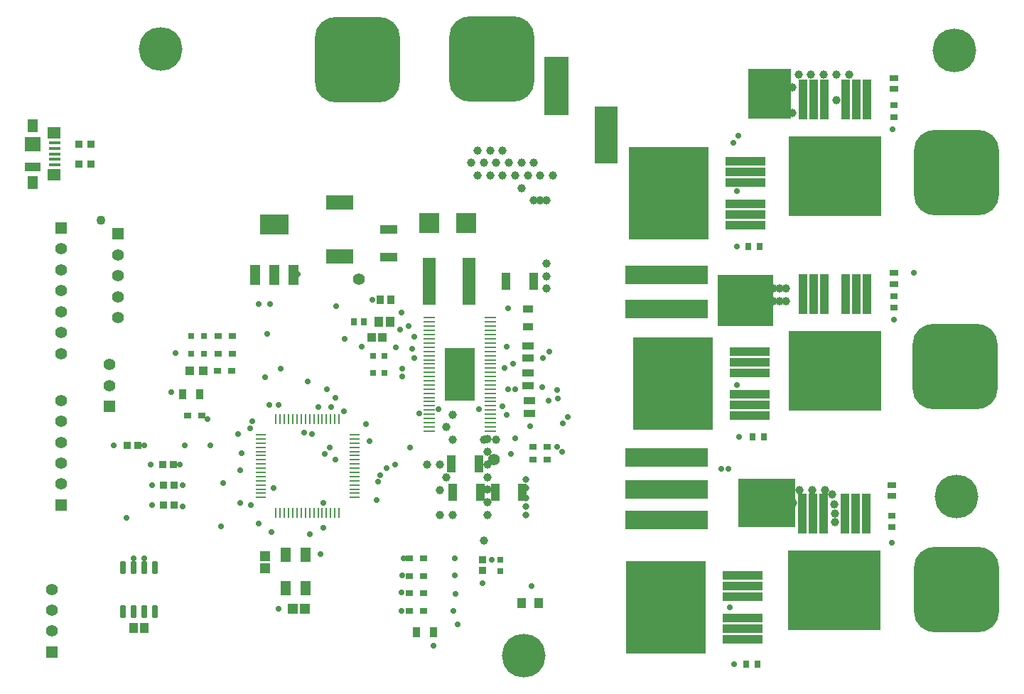
<source format=gbr>
%FSTAX23Y23*%
%MOIN*%
%SFA1B1*%

%IPPOS*%
%AMD27*
4,1,8,0.022500,0.004200,-0.022500,0.004200,-0.026700,0.000000,-0.026700,0.000000,-0.022500,-0.004200,0.022500,-0.004200,0.026700,0.000000,0.026700,0.000000,0.022500,0.004200,0.0*
1,1,0.008360,0.022500,0.000000*
1,1,0.008360,-0.022500,0.000000*
1,1,0.008360,-0.022500,0.000000*
1,1,0.008360,0.022500,0.000000*
%
%AMD38*
4,1,8,-0.004200,0.019200,-0.004200,-0.019200,0.000000,-0.023400,0.000000,-0.023400,0.004200,-0.019200,0.004200,0.019200,0.000000,0.023400,0.000000,0.023400,-0.004200,0.019200,0.0*
1,1,0.008360,0.000000,0.019200*
1,1,0.008360,0.000000,-0.019200*
1,1,0.008360,0.000000,-0.019200*
1,1,0.008360,0.000000,0.019200*
%
%AMD39*
4,1,8,-0.023400,0.000000,-0.023400,0.000000,-0.019200,-0.004200,0.019200,-0.004200,0.023400,0.000000,0.023400,0.000000,0.019200,0.004200,-0.019200,0.004200,-0.023400,0.000000,0.0*
1,1,0.008360,-0.019200,0.000000*
1,1,0.008360,-0.019200,0.000000*
1,1,0.008360,0.019200,0.000000*
1,1,0.008360,0.019200,0.000000*
%
%AMD87*
4,1,8,0.008900,0.028600,-0.008900,0.028600,-0.014800,0.022700,-0.014800,-0.022700,-0.008900,-0.028600,0.008900,-0.028600,0.014800,-0.022700,0.014800,0.022700,0.008900,0.028600,0.0*
1,1,0.011900,0.008900,0.022700*
1,1,0.011900,-0.008900,0.022700*
1,1,0.011900,-0.008900,-0.022700*
1,1,0.011900,0.008900,-0.022700*
%
%AMD89*
4,1,8,0.098400,0.200800,-0.098400,0.200800,-0.200800,0.098400,-0.200800,-0.098400,-0.098400,-0.200800,0.098400,-0.200800,0.200800,-0.098400,0.200800,0.098400,0.098400,0.200800,0.0*
1,1,0.204860,0.098400,0.098400*
1,1,0.204860,-0.098400,0.098400*
1,1,0.204860,-0.098400,-0.098400*
1,1,0.204860,0.098400,-0.098400*
%
%AMD90*
4,1,8,-0.200800,0.098400,-0.200800,-0.098400,-0.098400,-0.200800,0.098400,-0.200800,0.200800,-0.098400,0.200800,0.098400,0.098400,0.200800,-0.098400,0.200800,-0.200800,0.098400,0.0*
1,1,0.204860,-0.098400,0.098400*
1,1,0.204860,-0.098400,-0.098400*
1,1,0.204860,0.098400,-0.098400*
1,1,0.204860,0.098400,0.098400*
%
%ADD20R,0.062990X0.224410*%
%ADD22R,0.039370X0.051180*%
%ADD25R,0.047240X0.070870*%
G04~CAMADD=27~8~0.0~0.0~533.6~83.7~41.8~0.0~15~0.0~0.0~0.0~0.0~0~0.0~0.0~0.0~0.0~0~0.0~0.0~0.0~0.0~533.6~83.7*
%ADD27D27*%
%ADD28R,0.053360X0.008370*%
%ADD29R,0.051180X0.064960*%
%ADD30R,0.074800X0.070870*%
%ADD31R,0.074800X0.039370*%
%ADD32R,0.061020X0.056100*%
%ADD33R,0.054330X0.017720*%
%ADD34R,0.025590X0.027560*%
%ADD35R,0.043310X0.080710*%
%ADD36R,0.035430X0.031500*%
%ADD37R,0.008370X0.046780*%
G04~CAMADD=38~8~0.0~0.0~467.8~83.7~41.8~0.0~15~0.0~0.0~0.0~0.0~0~0.0~0.0~0.0~0.0~0~0.0~0.0~0.0~90.0~84.0~467.0*
%ADD38D38*%
G04~CAMADD=39~8~0.0~0.0~83.7~467.8~41.8~0.0~15~0.0~0.0~0.0~0.0~0~0.0~0.0~0.0~0.0~0~0.0~0.0~0.0~90.0~468.0~84.0*
%ADD39D39*%
%ADD40R,0.031500X0.031500*%
%ADD41R,0.037650X0.047490*%
%ADD44R,0.027560X0.025590*%
%ADD45R,0.035680X0.033660*%
%ADD47R,0.033940X0.025870*%
%ADD48R,0.025870X0.033940*%
%ADD50R,0.029530X0.035430*%
%ADD52R,0.047490X0.037650*%
%ADD53R,0.053150X0.037400*%
%ADD54R,0.033660X0.035680*%
%ADD55R,0.036810X0.037880*%
%ADD59R,0.080710X0.043310*%
%ADD62R,0.125980X0.067720*%
%ADD64R,0.205000X0.235000*%
%ADD65R,0.260000X0.240000*%
%ADD66R,0.105000X0.265000*%
%ADD67R,0.115000X0.275000*%
%ADD68R,0.390000X0.090000*%
%ADD69R,0.270000X0.225000*%
%ADD70R,0.096580X0.092650*%
%ADD71R,0.433200X0.378080*%
%ADD72R,0.039500X0.189100*%
%ADD73R,0.037530X0.041470*%
%ADD74R,0.142130X0.250000*%
%ADD75C,0.055240*%
%ADD76R,0.039500X0.039500*%
%ADD77R,0.049340X0.045400*%
%ADD78R,0.045400X0.049340*%
%ADD79R,0.039500X0.031620*%
%ADD80R,0.039500X0.043430*%
%ADD81R,0.039500X0.045400*%
%ADD82R,0.043430X0.047370*%
%ADD83R,0.189100X0.039500*%
%ADD84R,0.378080X0.433200*%
%ADD85R,0.047370X0.094610*%
%ADD86R,0.137920X0.094610*%
G04~CAMADD=87~8~0.0~0.0~296.5~572.1~59.5~0.0~15~0.0~0.0~0.0~0.0~0~0.0~0.0~0.0~0.0~0~0.0~0.0~0.0~0.0~296.5~572.1*
%ADD87D87*%
%ADD88C,0.204850*%
G04~CAMADD=89~8~0.0~0.0~4017.0~4017.0~1024.3~0.0~15~0.0~0.0~0.0~0.0~0~0.0~0.0~0.0~0.0~0~0.0~0.0~0.0~0.0~4017.0~4017.0*
%ADD89D89*%
G04~CAMADD=90~8~0.0~0.0~4017.0~4017.0~1024.3~0.0~15~0.0~0.0~0.0~0.0~0~0.0~0.0~0.0~0.0~0~0.0~0.0~0.0~90.0~4016.0~4016.0*
%ADD90D90*%
%ADD91R,0.055120X0.055120*%
%ADD92C,0.055120*%
%ADD93C,0.043310*%
%ADD94C,0.027690*%
%ADD95C,0.031620*%
%ADD96C,0.039500*%
%LNpcb_soldermask_top-1*%
%LPD*%
G54D20*
X04322Y0334D03*
X04507D03*
G54D22*
X04755Y0183D03*
X04834D03*
G54D25*
X03742Y01901D03*
Y02058D03*
X03647D03*
Y01901D03*
G54D27*
X04607Y0317D03*
Y03151D03*
Y03131D03*
Y03111D03*
Y03092D03*
Y03072D03*
Y03052D03*
Y03032D03*
Y03013D03*
Y02993D03*
Y02973D03*
Y02954D03*
Y02934D03*
Y02914D03*
Y02895D03*
Y02875D03*
Y02855D03*
Y02836D03*
Y02816D03*
Y02796D03*
Y02777D03*
Y02757D03*
Y02737D03*
Y02717D03*
Y02698D03*
Y02678D03*
Y02658D03*
Y02639D03*
X04322D03*
Y02658D03*
Y02678D03*
Y02698D03*
Y02717D03*
Y02737D03*
Y02757D03*
Y02777D03*
Y02796D03*
Y02816D03*
Y02836D03*
Y02855D03*
Y02875D03*
Y02895D03*
Y02914D03*
Y02934D03*
Y02954D03*
Y02973D03*
Y02993D03*
Y03013D03*
Y03032D03*
Y03052D03*
Y03072D03*
Y03092D03*
Y03111D03*
Y03131D03*
Y03151D03*
G54D28*
X04322Y0317D03*
G54D29*
X02459Y04072D03*
Y03806D03*
G54D30*
X02459Y03985D03*
G54D31*
X02459Y03878D03*
G54D32*
X0256Y04037D03*
Y03841D03*
G54D33*
X02564Y0399D03*
Y03965D03*
Y03939D03*
Y03914D03*
Y03888D03*
G54D34*
X04111Y02913D03*
X04058D03*
X04111Y0299D03*
X04058D03*
G54D35*
X0468Y0334D03*
X04809D03*
X04629Y02352D03*
X04758D03*
X04425Y02485D03*
X04555D03*
X0443Y02352D03*
X04559D03*
G54D36*
X04293Y0204D03*
X04226D03*
X04293Y01877D03*
X04226D03*
X04293Y01958D03*
X04226D03*
X03326Y0292D03*
X03393D03*
X03331Y03D03*
X03398D03*
X03331Y03085D03*
X03398D03*
X04293Y01796D03*
X04226D03*
X04873Y02566D03*
X04806D03*
X04873Y02505D03*
X04806D03*
X03253Y0271D03*
X03186D03*
G54D37*
X03602Y02254D03*
G54D38*
X03622Y02254D03*
X03641D03*
X03661D03*
X03681D03*
X037D03*
X0372D03*
X0374D03*
X03759D03*
X03779D03*
X03799D03*
X03818D03*
X03838D03*
X03858D03*
X03877D03*
X03897D03*
Y02695D03*
X03877D03*
X03858D03*
X03838D03*
X03818D03*
X03799D03*
X03779D03*
X03759D03*
X0374D03*
X0372D03*
X037D03*
X03681D03*
X03661D03*
X03641D03*
X03622D03*
X03602D03*
G54D39*
X0397Y02327D03*
Y02347D03*
Y02366D03*
Y02386D03*
Y02406D03*
Y02425D03*
Y02445D03*
Y02465D03*
Y02484D03*
Y02504D03*
Y02524D03*
Y02543D03*
Y02563D03*
Y02583D03*
Y02602D03*
Y02622D03*
X03529D03*
Y02602D03*
Y02583D03*
Y02563D03*
Y02543D03*
Y02524D03*
Y02504D03*
Y02484D03*
Y02465D03*
Y02445D03*
Y02425D03*
Y02406D03*
Y02386D03*
Y02366D03*
Y02347D03*
Y02327D03*
G54D40*
X03205Y03002D03*
X03264D03*
X03205Y03085D03*
X03264D03*
G54D41*
X04259Y01695D03*
X0434D03*
X03245Y0281D03*
X03164D03*
G54D44*
X04655Y02036D03*
Y01983D03*
G54D45*
X0457Y02034D03*
Y01985D03*
G54D47*
X0649Y02187D03*
Y02242D03*
X065Y03217D03*
Y03272D03*
Y04112D03*
Y04167D03*
G54D48*
X05807Y01545D03*
X05862D03*
X05837Y0261D03*
X05892D03*
X05817Y03505D03*
X05872D03*
G54D50*
X04013Y0315D03*
X03966D03*
G54D52*
X04785Y0321D03*
Y03129D03*
G54D53*
X0479Y02781D03*
Y02722D03*
X04785Y0291D03*
Y0285D03*
Y03039D03*
Y0298D03*
G54D54*
X02954Y0257D03*
X02905D03*
X03075Y0229D03*
X03124D03*
X0307Y0248D03*
X03119D03*
X03075Y02385D03*
X03124D03*
G54D55*
X02676Y0389D03*
X02733D03*
X02676Y03985D03*
X02733D03*
G54D59*
X0413Y03584D03*
Y03455D03*
G54D62*
X039Y03711D03*
Y03458D03*
G54D64*
X05917Y04222D03*
G54D65*
X05805Y0325D03*
G54D66*
X05152Y04027D03*
G54D67*
X04917Y04257D03*
G54D68*
X05435Y0337D03*
Y0321D03*
Y0222D03*
Y02365D03*
Y02515D03*
G54D69*
X05905Y02302D03*
G54D70*
X04493Y03615D03*
X0432D03*
G54D71*
X06225Y03835D03*
X0622Y0189D03*
X06225Y0292D03*
G54D72*
X06175Y04195D03*
X06125D03*
X06075D03*
X06275D03*
X06325D03*
X06375D03*
X0617Y0225D03*
X0612D03*
X0607D03*
X0627D03*
X0632D03*
X0637D03*
X06175Y0328D03*
X06125D03*
X06075D03*
X06275D03*
X06325D03*
X06375D03*
G54D73*
X0414Y03255D03*
X04089D03*
G54D74*
X04465Y02905D03*
G54D75*
X0399Y03352D03*
X04625Y02505D03*
G54D76*
X03261Y0292D03*
X03198D03*
G54D77*
X0355Y01996D03*
Y02053D03*
G54D78*
X03681Y01805D03*
X03738D03*
G54D79*
X0649Y02385D03*
Y02334D03*
X065Y03329D03*
Y0338D03*
Y04295D03*
Y04244D03*
G54D80*
X04099Y03077D03*
X0405D03*
G54D81*
X04083Y0315D03*
X04136D03*
G54D82*
X02934Y01715D03*
X02985D03*
G54D83*
X0579Y01661D03*
Y01711D03*
Y01761D03*
Y01961D03*
Y01911D03*
Y01861D03*
X05805Y03605D03*
Y03655D03*
Y03705D03*
Y03905D03*
Y03855D03*
Y03805D03*
X05825Y0271D03*
Y0276D03*
Y0281D03*
Y0301D03*
Y0296D03*
Y0291D03*
G54D84*
X05429Y01811D03*
X05445Y03755D03*
X05464Y0286D03*
G54D85*
X03504Y03371D03*
X03595D03*
X03685D03*
G54D86*
X03595Y03608D03*
G54D87*
X02885Y01791D03*
X02935D03*
X02985D03*
X03035D03*
X02885Y01998D03*
X02935D03*
X02985D03*
X03035D03*
G54D88*
X06795Y0233D03*
X06785Y04425D03*
X04765Y01585D03*
X0306Y0443D03*
G54D89*
X03985Y0438D03*
X04615Y04385D03*
G54D90*
X06795Y0385D03*
X06787Y0294D03*
X06795Y01895D03*
G54D91*
X02595Y02291D03*
Y03592D03*
X0286Y03564D03*
X0282Y02755D03*
X0255Y01601D03*
G54D92*
X02595Y0239D03*
Y02488D03*
Y02586D03*
Y02685D03*
Y02783D03*
Y03494D03*
Y03396D03*
Y03297D03*
Y03199D03*
Y031D03*
Y03002D03*
X0286Y03465D03*
Y03367D03*
Y03268D03*
Y0317D03*
X0282Y02853D03*
Y02951D03*
X0255Y01896D03*
Y01798D03*
Y017D03*
G54D93*
X02781Y03627D03*
G54D94*
X03165Y02385D03*
Y02285D03*
X04715Y02956D03*
X04675Y02934D03*
X0469Y02836D03*
X04725Y02835D03*
X04195Y02895D03*
Y0293D03*
X0388Y02796D03*
X0384Y02836D03*
X04945Y0254D03*
X04919Y02565D03*
X04948Y02675D03*
X0497Y02705D03*
X05725Y0246D03*
X0569D03*
X05747Y03993D03*
X0356Y03095D03*
X03625Y0293D03*
X038Y02752D03*
X0386Y0275D03*
X0392Y0273D03*
X0425Y0308D03*
X04665Y02755D03*
X04685Y02715D03*
X03355Y02395D03*
X03435Y02455D03*
X0328Y02695D03*
X0344Y02535D03*
X03294Y0257D03*
X0359Y0237D03*
X0358Y02165D03*
X03825Y02185D03*
X03435Y023D03*
X0284Y0257D03*
X029Y0223D03*
X0355Y0289D03*
X04455Y0173D03*
X0424Y03025D03*
X03885Y03225D03*
X04005Y03035D03*
X03925Y0307D03*
X0457Y01925D03*
X0434Y0163D03*
X03705Y03375D03*
X0352Y03235D03*
X03575D03*
X0313Y03005D03*
X0311Y0282D03*
X03343Y02191D03*
X0381Y0206D03*
X03615Y01805D03*
X03925Y0445D03*
X03955D03*
X03985D03*
X04015D03*
X04045D03*
Y0442D03*
X04015D03*
X03985D03*
X03955D03*
X03925D03*
Y0439D03*
X03955D03*
X03985D03*
X04015D03*
X04045D03*
Y0436D03*
X04015D03*
X03985D03*
X03955D03*
X03925D03*
Y0433D03*
X03955D03*
X03985D03*
X04015D03*
X04045D03*
Y043D03*
X04015D03*
X03985D03*
X03955D03*
X03925D03*
Y0427D03*
X03955D03*
X03985D03*
X04015D03*
X04045D03*
Y0424D03*
X04015D03*
X03985D03*
X03955D03*
X03925D03*
Y0421D03*
X03955D03*
X03985D03*
X04015D03*
X04045D03*
Y0448D03*
X04015D03*
X03985D03*
X03955D03*
X03925D03*
Y0451D03*
X03955D03*
X03985D03*
X04015D03*
X04045Y0454D03*
X04015D03*
X03985D03*
X03955D03*
X03925D03*
X04045Y0451D03*
X04075Y0454D03*
Y0451D03*
Y0448D03*
Y0445D03*
Y0442D03*
Y0439D03*
Y0436D03*
Y0433D03*
Y043D03*
Y0427D03*
Y0424D03*
Y0421D03*
X04105Y0454D03*
Y0451D03*
Y0448D03*
Y0445D03*
Y0442D03*
Y0439D03*
Y0436D03*
Y0433D03*
Y043D03*
Y0427D03*
Y0424D03*
Y0421D03*
X04135Y0451D03*
Y0448D03*
Y0445D03*
Y0442D03*
Y0439D03*
Y0436D03*
Y0433D03*
Y043D03*
Y0427D03*
Y0424D03*
X03895Y0421D03*
Y0424D03*
Y0427D03*
Y043D03*
Y0433D03*
Y0436D03*
Y0439D03*
Y0442D03*
Y0445D03*
Y0448D03*
Y0451D03*
Y0454D03*
X03865D03*
Y0451D03*
Y0448D03*
Y0445D03*
Y0442D03*
Y0439D03*
Y0436D03*
Y0433D03*
Y043D03*
Y0427D03*
Y0424D03*
Y0421D03*
X03835Y0424D03*
Y0427D03*
Y043D03*
Y0433D03*
Y0436D03*
Y0439D03*
Y0442D03*
Y0445D03*
Y0448D03*
Y0451D03*
X04465Y04515D03*
Y04485D03*
Y04455D03*
Y04425D03*
Y04395D03*
Y04365D03*
Y04335D03*
Y04305D03*
Y04275D03*
Y04245D03*
X04495Y04215D03*
Y04245D03*
Y04275D03*
Y04305D03*
Y04335D03*
Y04365D03*
Y04395D03*
Y04425D03*
Y04455D03*
Y04485D03*
Y04515D03*
Y04545D03*
X04525D03*
Y04515D03*
Y04485D03*
Y04455D03*
Y04425D03*
Y04395D03*
Y04365D03*
Y04335D03*
Y04305D03*
Y04275D03*
Y04245D03*
Y04215D03*
X04765Y04245D03*
Y04275D03*
Y04305D03*
Y04335D03*
Y04365D03*
Y04395D03*
Y04425D03*
Y04455D03*
Y04485D03*
Y04515D03*
X04735Y04215D03*
Y04245D03*
Y04275D03*
Y04305D03*
Y04335D03*
Y04365D03*
Y04395D03*
Y04425D03*
Y04455D03*
Y04485D03*
Y04515D03*
Y04545D03*
X04705Y04215D03*
Y04245D03*
Y04275D03*
Y04305D03*
Y04335D03*
Y04365D03*
Y04395D03*
Y04425D03*
Y04455D03*
Y04485D03*
Y04515D03*
Y04545D03*
X04675Y04515D03*
X04555Y04545D03*
X04585D03*
X04615D03*
X04645D03*
X04675D03*
X04645Y04515D03*
X04615D03*
X04585D03*
X04555D03*
Y04485D03*
X04585D03*
X04615D03*
X04645D03*
X04675D03*
Y04215D03*
X04645D03*
X04615D03*
X04585D03*
X04555D03*
Y04245D03*
X04585D03*
X04615D03*
X04645D03*
X04675D03*
Y04275D03*
X04645D03*
X04615D03*
X04585D03*
X04555D03*
Y04305D03*
X04585D03*
X04615D03*
X04645D03*
X04675D03*
Y04335D03*
X04645D03*
X04615D03*
X04585D03*
X04555D03*
Y04365D03*
X04585D03*
X04615D03*
X04645D03*
X04675D03*
Y04395D03*
X04645D03*
X04615D03*
X04585D03*
X04555D03*
Y04425D03*
X04585D03*
X04615D03*
X04645D03*
X04675D03*
Y04455D03*
X04645D03*
X04615D03*
X04585D03*
X04555D03*
X06725Y0379D03*
Y0382D03*
Y0385D03*
Y0388D03*
Y0391D03*
X06755D03*
Y0388D03*
Y0385D03*
Y0382D03*
Y0379D03*
X06785D03*
Y0382D03*
Y0385D03*
Y0388D03*
Y0391D03*
X06815D03*
Y0388D03*
Y0385D03*
Y0382D03*
Y0379D03*
X06845D03*
Y0382D03*
Y0385D03*
Y0388D03*
Y0391D03*
X06875D03*
Y0388D03*
Y0385D03*
Y0382D03*
Y0379D03*
X06905D03*
Y0382D03*
Y0385D03*
Y0388D03*
Y0391D03*
X06935D03*
Y0388D03*
Y0385D03*
Y0382D03*
Y0379D03*
X06965D03*
Y0382D03*
Y0385D03*
Y0388D03*
Y0391D03*
X06695D03*
Y0388D03*
Y0385D03*
Y0382D03*
Y0379D03*
X06665D03*
Y0382D03*
Y0385D03*
Y0388D03*
X06635Y0391D03*
Y0388D03*
Y0385D03*
Y0382D03*
Y0379D03*
X06665Y0391D03*
X06635Y0394D03*
X06665D03*
X06695D03*
X06725D03*
X06755D03*
X06785D03*
X06815D03*
X06845D03*
X06875D03*
X06905D03*
X06935D03*
X06965D03*
X06635Y0397D03*
X06665D03*
X06695D03*
X06725D03*
X06755D03*
X06785D03*
X06815D03*
X06845D03*
X06875D03*
X06905D03*
X06935D03*
X06965D03*
X06665Y04D03*
X06695D03*
X06725D03*
X06755D03*
X06785D03*
X06815D03*
X06845D03*
X06875D03*
X06905D03*
X06935D03*
X06965Y0376D03*
X06935D03*
X06905D03*
X06875D03*
X06845D03*
X06815D03*
X06785D03*
X06755D03*
X06725D03*
X06695D03*
X06665D03*
X06635D03*
Y0373D03*
X06665D03*
X06695D03*
X06725D03*
X06755D03*
X06785D03*
X06815D03*
X06845D03*
X06875D03*
X06905D03*
X06935D03*
X06965D03*
X06935Y037D03*
X06905D03*
X06875D03*
X06845D03*
X06815D03*
X06785D03*
X06755D03*
X06725D03*
X06695D03*
X06665D03*
X06657Y0279D03*
X06687D03*
X06717D03*
X06747D03*
X06777D03*
X06807D03*
X06837D03*
X06867D03*
X06897D03*
X06927D03*
X06957Y0282D03*
X06927D03*
X06897D03*
X06867D03*
X06837D03*
X06807D03*
X06777D03*
X06747D03*
X06717D03*
X06687D03*
X06657D03*
X06627D03*
Y0285D03*
X06657D03*
X06687D03*
X06717D03*
X06747D03*
X06777D03*
X06807D03*
X06837D03*
X06867D03*
X06897D03*
X06927D03*
X06957D03*
X06927Y0309D03*
X06897D03*
X06867D03*
X06837D03*
X06807D03*
X06777D03*
X06747D03*
X06717D03*
X06687D03*
X06657D03*
X06957Y0306D03*
X06927D03*
X06897D03*
X06867D03*
X06837D03*
X06807D03*
X06777D03*
X06747D03*
X06717D03*
X06687D03*
X06657D03*
X06627D03*
X06957Y0303D03*
X06927D03*
X06897D03*
X06867D03*
X06837D03*
X06807D03*
X06777D03*
X06747D03*
X06717D03*
X06687D03*
X06657D03*
X06627D03*
X06657Y03D03*
X06627Y0288D03*
Y0291D03*
Y0294D03*
Y0297D03*
Y03D03*
X06657Y0297D03*
Y0294D03*
Y0291D03*
Y0288D03*
X06687D03*
Y0291D03*
Y0294D03*
Y0297D03*
Y03D03*
X06957D03*
Y0297D03*
Y0294D03*
Y0291D03*
Y0288D03*
X06927D03*
Y0291D03*
Y0294D03*
Y0297D03*
Y03D03*
X06897D03*
Y0297D03*
Y0294D03*
Y0291D03*
Y0288D03*
X06867D03*
Y0291D03*
Y0294D03*
Y0297D03*
Y03D03*
X06837D03*
Y0297D03*
Y0294D03*
Y0291D03*
Y0288D03*
X06807D03*
Y0291D03*
Y0294D03*
Y0297D03*
Y03D03*
X06777D03*
Y0297D03*
Y0294D03*
Y0291D03*
Y0288D03*
X06747D03*
Y0291D03*
Y0294D03*
Y0297D03*
Y03D03*
X06717D03*
Y0297D03*
Y0294D03*
Y0291D03*
Y0288D03*
X06725Y01835D03*
Y01865D03*
Y01895D03*
Y01925D03*
Y01955D03*
X06755D03*
Y01925D03*
Y01895D03*
Y01865D03*
Y01835D03*
X06785D03*
Y01865D03*
Y01895D03*
Y01925D03*
Y01955D03*
X06815D03*
Y01925D03*
Y01895D03*
Y01865D03*
Y01835D03*
X06845D03*
Y01865D03*
Y01895D03*
Y01925D03*
Y01955D03*
X06875D03*
Y01925D03*
Y01895D03*
Y01865D03*
Y01835D03*
X06905D03*
Y01865D03*
Y01895D03*
Y01925D03*
Y01955D03*
X06935D03*
Y01925D03*
Y01895D03*
Y01865D03*
Y01835D03*
X06965D03*
Y01865D03*
Y01895D03*
Y01925D03*
Y01955D03*
X06695D03*
Y01925D03*
Y01895D03*
Y01865D03*
Y01835D03*
X06665D03*
Y01865D03*
Y01895D03*
Y01925D03*
X06635Y01955D03*
Y01925D03*
Y01895D03*
Y01865D03*
Y01835D03*
X06665Y01955D03*
X06635Y01985D03*
X06665D03*
X06695D03*
X06725D03*
X06755D03*
X06785D03*
X06815D03*
X06845D03*
X06875D03*
X06905D03*
X06935D03*
X06965D03*
X06635Y02015D03*
X06665D03*
X06695D03*
X06725D03*
X06755D03*
X06785D03*
X06815D03*
X06845D03*
X06875D03*
X06905D03*
X06935D03*
X06965D03*
X06665Y02045D03*
X06695D03*
X06725D03*
X06755D03*
X06785D03*
X06815D03*
X06845D03*
X06875D03*
X06905D03*
X06935D03*
X06965Y01805D03*
X06935D03*
X06905D03*
X06875D03*
X06845D03*
X06815D03*
X06785D03*
X06755D03*
X06725D03*
X06695D03*
X06665D03*
X06635D03*
Y01775D03*
X06665D03*
X06695D03*
X06725D03*
X06755D03*
X06785D03*
X06815D03*
X06845D03*
X06875D03*
X06905D03*
X06935D03*
X06965D03*
X06935Y01745D03*
X06905D03*
X06875D03*
X06845D03*
X06815D03*
X06785D03*
X06755D03*
X06725D03*
X06695D03*
X06665D03*
X04275Y0272D03*
X04075Y02315D03*
X04885Y0301D03*
X0425Y0298D03*
X04615Y02035D03*
X048Y0191D03*
X04435Y01795D03*
X04445Y01875D03*
X0419Y0188D03*
X042Y0204D03*
X04195Y0196D03*
X0444Y0204D03*
Y0196D03*
X0469Y03215D03*
X04685Y03035D03*
X0416Y0248D03*
X0412Y02465D03*
X0409Y0243D03*
X0408Y024D03*
X0383Y0253D03*
X0348Y0265D03*
X0349Y02685D03*
X03855Y0256D03*
X03735Y0263D03*
X0377Y02625D03*
X0388Y02505D03*
X0357Y0276D03*
X03615D03*
X03425Y02625D03*
X0376Y02155D03*
X04925Y0279D03*
X0485Y02845D03*
X0492Y0283D03*
X04882Y02782D03*
X04855Y0298D03*
X05772Y04025D03*
X04795Y0266D03*
X04725Y02605D03*
X04555Y0274D03*
X06595Y0338D03*
X065Y0316D03*
X06495Y04055D03*
X05765Y03765D03*
Y03505D03*
Y02855D03*
X05775Y0261D03*
X0573Y0181D03*
X0575Y01545D03*
X0649Y02115D03*
X04705Y0253D03*
X02985Y0204D03*
X02935D03*
X03015Y0248D03*
X0302Y02385D03*
Y0229D03*
X02985Y0257D03*
X04025Y0267D03*
X0352Y02205D03*
X03175Y0257D03*
X03485Y0229D03*
X0315Y0248D03*
X0419Y01795D03*
X03825Y023D03*
X0404Y0259D03*
X04055Y03255D03*
X0419Y03195D03*
X04225Y0313D03*
X04185Y03115D03*
X0423Y0256D03*
X04365Y0274D03*
X0375Y0287D03*
X04165Y0303D03*
G54D95*
X054Y0379D03*
X04775Y02245D03*
Y02285D03*
Y02325D03*
Y0237D03*
Y0241D03*
X0542Y01895D03*
X05475D03*
X0546Y0379D03*
X0552D03*
X05515Y03605D03*
X05455D03*
X054D03*
X05545Y0303D03*
X0549D03*
X05435D03*
X0555Y0284D03*
X05495D03*
X0544D03*
X0537Y01735D03*
X0542D03*
X05475D03*
X0537Y01895D03*
G54D96*
X05994Y03307D03*
X05964Y03248D03*
X05935Y03307D03*
X05905Y03248D03*
X05875Y03307D03*
X05846Y03248D03*
X05875Y03188D03*
X05816Y03307D03*
X05787Y03248D03*
X05816Y03188D03*
X05757Y03307D03*
X05728Y03248D03*
X05757Y03188D03*
X05698Y03307D03*
X04901Y03838D03*
X04842D03*
Y0372D03*
X04872Y03425D03*
Y03307D03*
X04812Y03897D03*
X04783Y03838D03*
X04753Y03897D03*
X04724Y03838D03*
X04753Y03779D03*
X04665Y03956D03*
X04694Y03897D03*
X04665Y03838D03*
X04606Y03956D03*
X04635Y03897D03*
X04606Y03838D03*
X04547Y03956D03*
X04576Y03897D03*
X04547Y03838D03*
X04576Y02125D03*
X04517Y03897D03*
X04635Y02598D03*
X04576D03*
X05964Y03248D03*
X05935Y03307D03*
X05875D03*
X05846Y03248D03*
X05816Y03307D03*
X05787Y03248D03*
X05816Y03188D03*
X05757Y03307D03*
X05728Y03248D03*
X05757Y03188D03*
X05698Y03307D03*
X04842Y0372D03*
X04872Y03425D03*
X04753Y03779D03*
X04665Y03956D03*
Y03838D03*
X04606Y03956D03*
Y03838D03*
X04547Y03956D03*
X04576Y03897D03*
X04547Y03838D03*
X05964Y03307D03*
X05994Y03248D03*
X05905Y03307D03*
X05935Y03248D03*
X05905Y03188D03*
X05846Y03307D03*
X05875Y03248D03*
X05846Y03188D03*
X05787Y03307D03*
X05816Y03248D03*
X05787Y03188D03*
X05728Y03307D03*
X05757Y03248D03*
X05698D03*
X04872Y0372D03*
Y03366D03*
X04812Y0372D03*
X04429Y02716D03*
Y02598D03*
Y02244D03*
X04399Y02657D03*
X0437Y0248D03*
X04399Y02421D03*
X0437Y02362D03*
Y02244D03*
X04311Y0248D03*
X0621Y0234D03*
X06176Y02362D03*
X04595Y026D03*
Y0254D03*
Y0248D03*
Y0242D03*
Y02365D03*
Y02305D03*
Y02245D03*
X057Y03185D03*
X06289Y04311D03*
X0623D03*
Y04192D03*
X06171Y04311D03*
X06112D03*
X06053D03*
X06023Y04251D03*
Y04133D03*
X05994Y04311D03*
X05964Y04251D03*
X05994Y04192D03*
X05964Y04133D03*
X05935Y04311D03*
Y04192D03*
X06225Y0221D03*
Y0225D03*
X0622Y02295D03*
X06117Y02362D03*
X06058D03*
X06028Y02303D03*
X05999Y02362D03*
X05969Y02303D03*
X05999Y02244D03*
X0594Y02362D03*
X0591Y02303D03*
X0594Y02244D03*
X0588Y02362D03*
Y02244D03*
M02*
</source>
